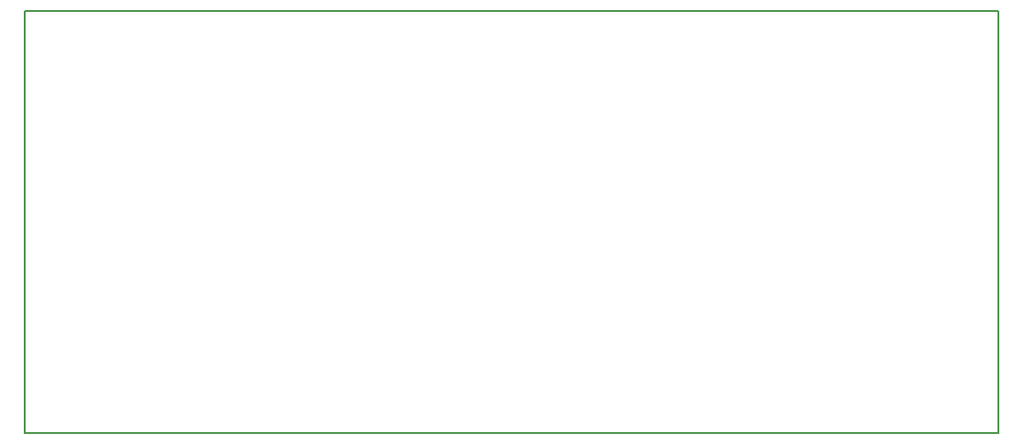
<source format=gbr>
%FSDAX33Y33*%
%MOMM*%
%SFA1B1*%

%IPPOS*%
%ADD10C,0.127000*%
%LNgrb_rout-1*%
%LPD*%
G54D10*
X121213Y057604D02*
X031213D01*
Y018604*
X121213*
Y057604*
M02*
</source>
